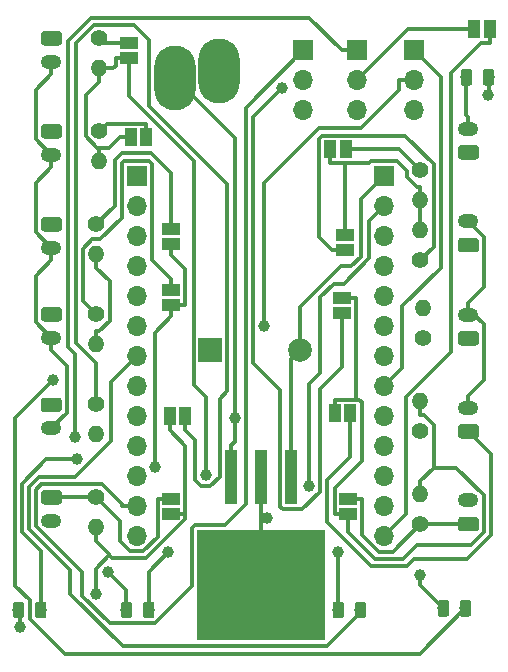
<source format=gbr>
G04 #@! TF.GenerationSoftware,KiCad,Pcbnew,5.0.0*
G04 #@! TF.CreationDate,2018-09-24T20:27:35+02:00*
G04 #@! TF.ProjectId,OpenRClight,4F70656E52436C696768742E6B696361,rev?*
G04 #@! TF.SameCoordinates,Original*
G04 #@! TF.FileFunction,Copper,L1,Top,Signal*
G04 #@! TF.FilePolarity,Positive*
%FSLAX46Y46*%
G04 Gerber Fmt 4.6, Leading zero omitted, Abs format (unit mm)*
G04 Created by KiCad (PCBNEW 5.0.0) date Mon Sep 24 20:27:35 2018*
%MOMM*%
%LPD*%
G01*
G04 APERTURE LIST*
G04 #@! TA.AperFunction,ComponentPad*
%ADD10C,1.400000*%
G04 #@! TD*
G04 #@! TA.AperFunction,ComponentPad*
%ADD11O,1.400000X1.400000*%
G04 #@! TD*
G04 #@! TA.AperFunction,ComponentPad*
%ADD12R,2.000000X2.000000*%
G04 #@! TD*
G04 #@! TA.AperFunction,ComponentPad*
%ADD13C,2.000000*%
G04 #@! TD*
G04 #@! TA.AperFunction,Conductor*
%ADD14C,0.100000*%
G04 #@! TD*
G04 #@! TA.AperFunction,SMDPad,CuDef*
%ADD15C,0.975000*%
G04 #@! TD*
G04 #@! TA.AperFunction,ComponentPad*
%ADD16O,1.750000X1.200000*%
G04 #@! TD*
G04 #@! TA.AperFunction,ComponentPad*
%ADD17C,1.200000*%
G04 #@! TD*
G04 #@! TA.AperFunction,ComponentPad*
%ADD18R,1.700000X1.700000*%
G04 #@! TD*
G04 #@! TA.AperFunction,ComponentPad*
%ADD19O,1.700000X1.700000*%
G04 #@! TD*
G04 #@! TA.AperFunction,ComponentPad*
%ADD20O,3.500000X5.500000*%
G04 #@! TD*
G04 #@! TA.AperFunction,SMDPad,CuDef*
%ADD21R,1.500000X1.000000*%
G04 #@! TD*
G04 #@! TA.AperFunction,SMDPad,CuDef*
%ADD22R,1.000000X1.500000*%
G04 #@! TD*
G04 #@! TA.AperFunction,SMDPad,CuDef*
%ADD23R,1.100000X4.600000*%
G04 #@! TD*
G04 #@! TA.AperFunction,SMDPad,CuDef*
%ADD24R,10.800000X9.400000*%
G04 #@! TD*
G04 #@! TA.AperFunction,ViaPad*
%ADD25C,1.000000*%
G04 #@! TD*
G04 #@! TA.AperFunction,Conductor*
%ADD26C,0.350000*%
G04 #@! TD*
G04 APERTURE END LIST*
D10*
G04 #@! TO.P,R14,1*
G04 #@! TO.N,Net-(J9-Pad1)*
X104902000Y-124460000D03*
D11*
G04 #@! TO.P,R14,2*
G04 #@! TO.N,Net-(JP7-Pad1)*
X104902000Y-121920000D03*
G04 #@! TD*
D12*
G04 #@! TO.P,BZ1,1*
G04 #@! TO.N,Net-(BZ1-Pad1)*
X86868000Y-125476000D03*
D13*
G04 #@! TO.P,BZ1,2*
G04 #@! TO.N,GND*
X94468000Y-125476000D03*
G04 #@! TD*
D14*
G04 #@! TO.N,GND*
G04 #@! TO.C,D1*
G36*
X108804142Y-101663174D02*
X108827803Y-101666684D01*
X108851007Y-101672496D01*
X108873529Y-101680554D01*
X108895153Y-101690782D01*
X108915670Y-101703079D01*
X108934883Y-101717329D01*
X108952607Y-101733393D01*
X108968671Y-101751117D01*
X108982921Y-101770330D01*
X108995218Y-101790847D01*
X109005446Y-101812471D01*
X109013504Y-101834993D01*
X109019316Y-101858197D01*
X109022826Y-101881858D01*
X109024000Y-101905750D01*
X109024000Y-102818250D01*
X109022826Y-102842142D01*
X109019316Y-102865803D01*
X109013504Y-102889007D01*
X109005446Y-102911529D01*
X108995218Y-102933153D01*
X108982921Y-102953670D01*
X108968671Y-102972883D01*
X108952607Y-102990607D01*
X108934883Y-103006671D01*
X108915670Y-103020921D01*
X108895153Y-103033218D01*
X108873529Y-103043446D01*
X108851007Y-103051504D01*
X108827803Y-103057316D01*
X108804142Y-103060826D01*
X108780250Y-103062000D01*
X108292750Y-103062000D01*
X108268858Y-103060826D01*
X108245197Y-103057316D01*
X108221993Y-103051504D01*
X108199471Y-103043446D01*
X108177847Y-103033218D01*
X108157330Y-103020921D01*
X108138117Y-103006671D01*
X108120393Y-102990607D01*
X108104329Y-102972883D01*
X108090079Y-102953670D01*
X108077782Y-102933153D01*
X108067554Y-102911529D01*
X108059496Y-102889007D01*
X108053684Y-102865803D01*
X108050174Y-102842142D01*
X108049000Y-102818250D01*
X108049000Y-101905750D01*
X108050174Y-101881858D01*
X108053684Y-101858197D01*
X108059496Y-101834993D01*
X108067554Y-101812471D01*
X108077782Y-101790847D01*
X108090079Y-101770330D01*
X108104329Y-101751117D01*
X108120393Y-101733393D01*
X108138117Y-101717329D01*
X108157330Y-101703079D01*
X108177847Y-101690782D01*
X108199471Y-101680554D01*
X108221993Y-101672496D01*
X108245197Y-101666684D01*
X108268858Y-101663174D01*
X108292750Y-101662000D01*
X108780250Y-101662000D01*
X108804142Y-101663174D01*
X108804142Y-101663174D01*
G37*
D15*
G04 #@! TD*
G04 #@! TO.P,D1,1*
G04 #@! TO.N,GND*
X108536500Y-102362000D03*
D14*
G04 #@! TO.N,Net-(D1-Pad2)*
G04 #@! TO.C,D1*
G36*
X110679142Y-101663174D02*
X110702803Y-101666684D01*
X110726007Y-101672496D01*
X110748529Y-101680554D01*
X110770153Y-101690782D01*
X110790670Y-101703079D01*
X110809883Y-101717329D01*
X110827607Y-101733393D01*
X110843671Y-101751117D01*
X110857921Y-101770330D01*
X110870218Y-101790847D01*
X110880446Y-101812471D01*
X110888504Y-101834993D01*
X110894316Y-101858197D01*
X110897826Y-101881858D01*
X110899000Y-101905750D01*
X110899000Y-102818250D01*
X110897826Y-102842142D01*
X110894316Y-102865803D01*
X110888504Y-102889007D01*
X110880446Y-102911529D01*
X110870218Y-102933153D01*
X110857921Y-102953670D01*
X110843671Y-102972883D01*
X110827607Y-102990607D01*
X110809883Y-103006671D01*
X110790670Y-103020921D01*
X110770153Y-103033218D01*
X110748529Y-103043446D01*
X110726007Y-103051504D01*
X110702803Y-103057316D01*
X110679142Y-103060826D01*
X110655250Y-103062000D01*
X110167750Y-103062000D01*
X110143858Y-103060826D01*
X110120197Y-103057316D01*
X110096993Y-103051504D01*
X110074471Y-103043446D01*
X110052847Y-103033218D01*
X110032330Y-103020921D01*
X110013117Y-103006671D01*
X109995393Y-102990607D01*
X109979329Y-102972883D01*
X109965079Y-102953670D01*
X109952782Y-102933153D01*
X109942554Y-102911529D01*
X109934496Y-102889007D01*
X109928684Y-102865803D01*
X109925174Y-102842142D01*
X109924000Y-102818250D01*
X109924000Y-101905750D01*
X109925174Y-101881858D01*
X109928684Y-101858197D01*
X109934496Y-101834993D01*
X109942554Y-101812471D01*
X109952782Y-101790847D01*
X109965079Y-101770330D01*
X109979329Y-101751117D01*
X109995393Y-101733393D01*
X110013117Y-101717329D01*
X110032330Y-101703079D01*
X110052847Y-101690782D01*
X110074471Y-101680554D01*
X110096993Y-101672496D01*
X110120197Y-101666684D01*
X110143858Y-101663174D01*
X110167750Y-101662000D01*
X110655250Y-101662000D01*
X110679142Y-101663174D01*
X110679142Y-101663174D01*
G37*
D15*
G04 #@! TD*
G04 #@! TO.P,D1,2*
G04 #@! TO.N,Net-(D1-Pad2)*
X110411500Y-102362000D03*
D16*
G04 #@! TO.P,J1,2*
G04 #@! TO.N,GND*
X73406000Y-139922000D03*
D14*
G04 #@! TD*
G04 #@! TO.N,Net-(J1-Pad1)*
G04 #@! TO.C,J1*
G36*
X74055505Y-137323204D02*
X74079773Y-137326804D01*
X74103572Y-137332765D01*
X74126671Y-137341030D01*
X74148850Y-137351520D01*
X74169893Y-137364132D01*
X74189599Y-137378747D01*
X74207777Y-137395223D01*
X74224253Y-137413401D01*
X74238868Y-137433107D01*
X74251480Y-137454150D01*
X74261970Y-137476329D01*
X74270235Y-137499428D01*
X74276196Y-137523227D01*
X74279796Y-137547495D01*
X74281000Y-137571999D01*
X74281000Y-138272001D01*
X74279796Y-138296505D01*
X74276196Y-138320773D01*
X74270235Y-138344572D01*
X74261970Y-138367671D01*
X74251480Y-138389850D01*
X74238868Y-138410893D01*
X74224253Y-138430599D01*
X74207777Y-138448777D01*
X74189599Y-138465253D01*
X74169893Y-138479868D01*
X74148850Y-138492480D01*
X74126671Y-138502970D01*
X74103572Y-138511235D01*
X74079773Y-138517196D01*
X74055505Y-138520796D01*
X74031001Y-138522000D01*
X72780999Y-138522000D01*
X72756495Y-138520796D01*
X72732227Y-138517196D01*
X72708428Y-138511235D01*
X72685329Y-138502970D01*
X72663150Y-138492480D01*
X72642107Y-138479868D01*
X72622401Y-138465253D01*
X72604223Y-138448777D01*
X72587747Y-138430599D01*
X72573132Y-138410893D01*
X72560520Y-138389850D01*
X72550030Y-138367671D01*
X72541765Y-138344572D01*
X72535804Y-138320773D01*
X72532204Y-138296505D01*
X72531000Y-138272001D01*
X72531000Y-137571999D01*
X72532204Y-137547495D01*
X72535804Y-137523227D01*
X72541765Y-137499428D01*
X72550030Y-137476329D01*
X72560520Y-137454150D01*
X72573132Y-137433107D01*
X72587747Y-137413401D01*
X72604223Y-137395223D01*
X72622401Y-137378747D01*
X72642107Y-137364132D01*
X72663150Y-137351520D01*
X72685329Y-137341030D01*
X72708428Y-137332765D01*
X72732227Y-137326804D01*
X72756495Y-137323204D01*
X72780999Y-137322000D01*
X74031001Y-137322000D01*
X74055505Y-137323204D01*
X74055505Y-137323204D01*
G37*
D17*
G04 #@! TO.P,J1,1*
G04 #@! TO.N,Net-(J1-Pad1)*
X73406000Y-137922000D03*
G04 #@! TD*
D14*
G04 #@! TO.N,Net-(J2-Pad1)*
G04 #@! TO.C,J2*
G36*
X74055505Y-129481204D02*
X74079773Y-129484804D01*
X74103572Y-129490765D01*
X74126671Y-129499030D01*
X74148850Y-129509520D01*
X74169893Y-129522132D01*
X74189599Y-129536747D01*
X74207777Y-129553223D01*
X74224253Y-129571401D01*
X74238868Y-129591107D01*
X74251480Y-129612150D01*
X74261970Y-129634329D01*
X74270235Y-129657428D01*
X74276196Y-129681227D01*
X74279796Y-129705495D01*
X74281000Y-129729999D01*
X74281000Y-130430001D01*
X74279796Y-130454505D01*
X74276196Y-130478773D01*
X74270235Y-130502572D01*
X74261970Y-130525671D01*
X74251480Y-130547850D01*
X74238868Y-130568893D01*
X74224253Y-130588599D01*
X74207777Y-130606777D01*
X74189599Y-130623253D01*
X74169893Y-130637868D01*
X74148850Y-130650480D01*
X74126671Y-130660970D01*
X74103572Y-130669235D01*
X74079773Y-130675196D01*
X74055505Y-130678796D01*
X74031001Y-130680000D01*
X72780999Y-130680000D01*
X72756495Y-130678796D01*
X72732227Y-130675196D01*
X72708428Y-130669235D01*
X72685329Y-130660970D01*
X72663150Y-130650480D01*
X72642107Y-130637868D01*
X72622401Y-130623253D01*
X72604223Y-130606777D01*
X72587747Y-130588599D01*
X72573132Y-130568893D01*
X72560520Y-130547850D01*
X72550030Y-130525671D01*
X72541765Y-130502572D01*
X72535804Y-130478773D01*
X72532204Y-130454505D01*
X72531000Y-130430001D01*
X72531000Y-129729999D01*
X72532204Y-129705495D01*
X72535804Y-129681227D01*
X72541765Y-129657428D01*
X72550030Y-129634329D01*
X72560520Y-129612150D01*
X72573132Y-129591107D01*
X72587747Y-129571401D01*
X72604223Y-129553223D01*
X72622401Y-129536747D01*
X72642107Y-129522132D01*
X72663150Y-129509520D01*
X72685329Y-129499030D01*
X72708428Y-129490765D01*
X72732227Y-129484804D01*
X72756495Y-129481204D01*
X72780999Y-129480000D01*
X74031001Y-129480000D01*
X74055505Y-129481204D01*
X74055505Y-129481204D01*
G37*
D17*
G04 #@! TD*
G04 #@! TO.P,J2,1*
G04 #@! TO.N,Net-(J2-Pad1)*
X73406000Y-130080000D03*
D16*
G04 #@! TO.P,J2,2*
G04 #@! TO.N,GND*
X73406000Y-132080000D03*
G04 #@! TD*
D14*
G04 #@! TO.N,Net-(J3-Pad1)*
G04 #@! TO.C,J3*
G36*
X74055505Y-121829204D02*
X74079773Y-121832804D01*
X74103572Y-121838765D01*
X74126671Y-121847030D01*
X74148850Y-121857520D01*
X74169893Y-121870132D01*
X74189599Y-121884747D01*
X74207777Y-121901223D01*
X74224253Y-121919401D01*
X74238868Y-121939107D01*
X74251480Y-121960150D01*
X74261970Y-121982329D01*
X74270235Y-122005428D01*
X74276196Y-122029227D01*
X74279796Y-122053495D01*
X74281000Y-122077999D01*
X74281000Y-122778001D01*
X74279796Y-122802505D01*
X74276196Y-122826773D01*
X74270235Y-122850572D01*
X74261970Y-122873671D01*
X74251480Y-122895850D01*
X74238868Y-122916893D01*
X74224253Y-122936599D01*
X74207777Y-122954777D01*
X74189599Y-122971253D01*
X74169893Y-122985868D01*
X74148850Y-122998480D01*
X74126671Y-123008970D01*
X74103572Y-123017235D01*
X74079773Y-123023196D01*
X74055505Y-123026796D01*
X74031001Y-123028000D01*
X72780999Y-123028000D01*
X72756495Y-123026796D01*
X72732227Y-123023196D01*
X72708428Y-123017235D01*
X72685329Y-123008970D01*
X72663150Y-122998480D01*
X72642107Y-122985868D01*
X72622401Y-122971253D01*
X72604223Y-122954777D01*
X72587747Y-122936599D01*
X72573132Y-122916893D01*
X72560520Y-122895850D01*
X72550030Y-122873671D01*
X72541765Y-122850572D01*
X72535804Y-122826773D01*
X72532204Y-122802505D01*
X72531000Y-122778001D01*
X72531000Y-122077999D01*
X72532204Y-122053495D01*
X72535804Y-122029227D01*
X72541765Y-122005428D01*
X72550030Y-121982329D01*
X72560520Y-121960150D01*
X72573132Y-121939107D01*
X72587747Y-121919401D01*
X72604223Y-121901223D01*
X72622401Y-121884747D01*
X72642107Y-121870132D01*
X72663150Y-121857520D01*
X72685329Y-121847030D01*
X72708428Y-121838765D01*
X72732227Y-121832804D01*
X72756495Y-121829204D01*
X72780999Y-121828000D01*
X74031001Y-121828000D01*
X74055505Y-121829204D01*
X74055505Y-121829204D01*
G37*
D17*
G04 #@! TD*
G04 #@! TO.P,J3,1*
G04 #@! TO.N,Net-(J3-Pad1)*
X73406000Y-122428000D03*
D16*
G04 #@! TO.P,J3,2*
G04 #@! TO.N,GND*
X73406000Y-124428000D03*
G04 #@! TD*
G04 #@! TO.P,J4,2*
G04 #@! TO.N,GND*
X73406000Y-116808000D03*
D14*
G04 #@! TD*
G04 #@! TO.N,Net-(J4-Pad1)*
G04 #@! TO.C,J4*
G36*
X74055505Y-114209204D02*
X74079773Y-114212804D01*
X74103572Y-114218765D01*
X74126671Y-114227030D01*
X74148850Y-114237520D01*
X74169893Y-114250132D01*
X74189599Y-114264747D01*
X74207777Y-114281223D01*
X74224253Y-114299401D01*
X74238868Y-114319107D01*
X74251480Y-114340150D01*
X74261970Y-114362329D01*
X74270235Y-114385428D01*
X74276196Y-114409227D01*
X74279796Y-114433495D01*
X74281000Y-114457999D01*
X74281000Y-115158001D01*
X74279796Y-115182505D01*
X74276196Y-115206773D01*
X74270235Y-115230572D01*
X74261970Y-115253671D01*
X74251480Y-115275850D01*
X74238868Y-115296893D01*
X74224253Y-115316599D01*
X74207777Y-115334777D01*
X74189599Y-115351253D01*
X74169893Y-115365868D01*
X74148850Y-115378480D01*
X74126671Y-115388970D01*
X74103572Y-115397235D01*
X74079773Y-115403196D01*
X74055505Y-115406796D01*
X74031001Y-115408000D01*
X72780999Y-115408000D01*
X72756495Y-115406796D01*
X72732227Y-115403196D01*
X72708428Y-115397235D01*
X72685329Y-115388970D01*
X72663150Y-115378480D01*
X72642107Y-115365868D01*
X72622401Y-115351253D01*
X72604223Y-115334777D01*
X72587747Y-115316599D01*
X72573132Y-115296893D01*
X72560520Y-115275850D01*
X72550030Y-115253671D01*
X72541765Y-115230572D01*
X72535804Y-115206773D01*
X72532204Y-115182505D01*
X72531000Y-115158001D01*
X72531000Y-114457999D01*
X72532204Y-114433495D01*
X72535804Y-114409227D01*
X72541765Y-114385428D01*
X72550030Y-114362329D01*
X72560520Y-114340150D01*
X72573132Y-114319107D01*
X72587747Y-114299401D01*
X72604223Y-114281223D01*
X72622401Y-114264747D01*
X72642107Y-114250132D01*
X72663150Y-114237520D01*
X72685329Y-114227030D01*
X72708428Y-114218765D01*
X72732227Y-114212804D01*
X72756495Y-114209204D01*
X72780999Y-114208000D01*
X74031001Y-114208000D01*
X74055505Y-114209204D01*
X74055505Y-114209204D01*
G37*
D17*
G04 #@! TO.P,J4,1*
G04 #@! TO.N,Net-(J4-Pad1)*
X73406000Y-114808000D03*
G04 #@! TD*
D14*
G04 #@! TO.N,Net-(J5-Pad1)*
G04 #@! TO.C,J5*
G36*
X74055505Y-106335204D02*
X74079773Y-106338804D01*
X74103572Y-106344765D01*
X74126671Y-106353030D01*
X74148850Y-106363520D01*
X74169893Y-106376132D01*
X74189599Y-106390747D01*
X74207777Y-106407223D01*
X74224253Y-106425401D01*
X74238868Y-106445107D01*
X74251480Y-106466150D01*
X74261970Y-106488329D01*
X74270235Y-106511428D01*
X74276196Y-106535227D01*
X74279796Y-106559495D01*
X74281000Y-106583999D01*
X74281000Y-107284001D01*
X74279796Y-107308505D01*
X74276196Y-107332773D01*
X74270235Y-107356572D01*
X74261970Y-107379671D01*
X74251480Y-107401850D01*
X74238868Y-107422893D01*
X74224253Y-107442599D01*
X74207777Y-107460777D01*
X74189599Y-107477253D01*
X74169893Y-107491868D01*
X74148850Y-107504480D01*
X74126671Y-107514970D01*
X74103572Y-107523235D01*
X74079773Y-107529196D01*
X74055505Y-107532796D01*
X74031001Y-107534000D01*
X72780999Y-107534000D01*
X72756495Y-107532796D01*
X72732227Y-107529196D01*
X72708428Y-107523235D01*
X72685329Y-107514970D01*
X72663150Y-107504480D01*
X72642107Y-107491868D01*
X72622401Y-107477253D01*
X72604223Y-107460777D01*
X72587747Y-107442599D01*
X72573132Y-107422893D01*
X72560520Y-107401850D01*
X72550030Y-107379671D01*
X72541765Y-107356572D01*
X72535804Y-107332773D01*
X72532204Y-107308505D01*
X72531000Y-107284001D01*
X72531000Y-106583999D01*
X72532204Y-106559495D01*
X72535804Y-106535227D01*
X72541765Y-106511428D01*
X72550030Y-106488329D01*
X72560520Y-106466150D01*
X72573132Y-106445107D01*
X72587747Y-106425401D01*
X72604223Y-106407223D01*
X72622401Y-106390747D01*
X72642107Y-106376132D01*
X72663150Y-106363520D01*
X72685329Y-106353030D01*
X72708428Y-106344765D01*
X72732227Y-106338804D01*
X72756495Y-106335204D01*
X72780999Y-106334000D01*
X74031001Y-106334000D01*
X74055505Y-106335204D01*
X74055505Y-106335204D01*
G37*
D17*
G04 #@! TD*
G04 #@! TO.P,J5,1*
G04 #@! TO.N,Net-(J5-Pad1)*
X73406000Y-106934000D03*
D16*
G04 #@! TO.P,J5,2*
G04 #@! TO.N,GND*
X73406000Y-108934000D03*
G04 #@! TD*
G04 #@! TO.P,J6,2*
G04 #@! TO.N,GND*
X73406000Y-101060000D03*
D14*
G04 #@! TD*
G04 #@! TO.N,Net-(J6-Pad1)*
G04 #@! TO.C,J6*
G36*
X74055505Y-98461204D02*
X74079773Y-98464804D01*
X74103572Y-98470765D01*
X74126671Y-98479030D01*
X74148850Y-98489520D01*
X74169893Y-98502132D01*
X74189599Y-98516747D01*
X74207777Y-98533223D01*
X74224253Y-98551401D01*
X74238868Y-98571107D01*
X74251480Y-98592150D01*
X74261970Y-98614329D01*
X74270235Y-98637428D01*
X74276196Y-98661227D01*
X74279796Y-98685495D01*
X74281000Y-98709999D01*
X74281000Y-99410001D01*
X74279796Y-99434505D01*
X74276196Y-99458773D01*
X74270235Y-99482572D01*
X74261970Y-99505671D01*
X74251480Y-99527850D01*
X74238868Y-99548893D01*
X74224253Y-99568599D01*
X74207777Y-99586777D01*
X74189599Y-99603253D01*
X74169893Y-99617868D01*
X74148850Y-99630480D01*
X74126671Y-99640970D01*
X74103572Y-99649235D01*
X74079773Y-99655196D01*
X74055505Y-99658796D01*
X74031001Y-99660000D01*
X72780999Y-99660000D01*
X72756495Y-99658796D01*
X72732227Y-99655196D01*
X72708428Y-99649235D01*
X72685329Y-99640970D01*
X72663150Y-99630480D01*
X72642107Y-99617868D01*
X72622401Y-99603253D01*
X72604223Y-99586777D01*
X72587747Y-99568599D01*
X72573132Y-99548893D01*
X72560520Y-99527850D01*
X72550030Y-99505671D01*
X72541765Y-99482572D01*
X72535804Y-99458773D01*
X72532204Y-99434505D01*
X72531000Y-99410001D01*
X72531000Y-98709999D01*
X72532204Y-98685495D01*
X72535804Y-98661227D01*
X72541765Y-98637428D01*
X72550030Y-98614329D01*
X72560520Y-98592150D01*
X72573132Y-98571107D01*
X72587747Y-98551401D01*
X72604223Y-98533223D01*
X72622401Y-98516747D01*
X72642107Y-98502132D01*
X72663150Y-98489520D01*
X72685329Y-98479030D01*
X72708428Y-98470765D01*
X72732227Y-98464804D01*
X72756495Y-98461204D01*
X72780999Y-98460000D01*
X74031001Y-98460000D01*
X74055505Y-98461204D01*
X74055505Y-98461204D01*
G37*
D17*
G04 #@! TO.P,J6,1*
G04 #@! TO.N,Net-(J6-Pad1)*
X73406000Y-99060000D03*
G04 #@! TD*
D14*
G04 #@! TO.N,Net-(J7-Pad1)*
G04 #@! TO.C,J7*
G36*
X109361505Y-139577204D02*
X109385773Y-139580804D01*
X109409572Y-139586765D01*
X109432671Y-139595030D01*
X109454850Y-139605520D01*
X109475893Y-139618132D01*
X109495599Y-139632747D01*
X109513777Y-139649223D01*
X109530253Y-139667401D01*
X109544868Y-139687107D01*
X109557480Y-139708150D01*
X109567970Y-139730329D01*
X109576235Y-139753428D01*
X109582196Y-139777227D01*
X109585796Y-139801495D01*
X109587000Y-139825999D01*
X109587000Y-140526001D01*
X109585796Y-140550505D01*
X109582196Y-140574773D01*
X109576235Y-140598572D01*
X109567970Y-140621671D01*
X109557480Y-140643850D01*
X109544868Y-140664893D01*
X109530253Y-140684599D01*
X109513777Y-140702777D01*
X109495599Y-140719253D01*
X109475893Y-140733868D01*
X109454850Y-140746480D01*
X109432671Y-140756970D01*
X109409572Y-140765235D01*
X109385773Y-140771196D01*
X109361505Y-140774796D01*
X109337001Y-140776000D01*
X108086999Y-140776000D01*
X108062495Y-140774796D01*
X108038227Y-140771196D01*
X108014428Y-140765235D01*
X107991329Y-140756970D01*
X107969150Y-140746480D01*
X107948107Y-140733868D01*
X107928401Y-140719253D01*
X107910223Y-140702777D01*
X107893747Y-140684599D01*
X107879132Y-140664893D01*
X107866520Y-140643850D01*
X107856030Y-140621671D01*
X107847765Y-140598572D01*
X107841804Y-140574773D01*
X107838204Y-140550505D01*
X107837000Y-140526001D01*
X107837000Y-139825999D01*
X107838204Y-139801495D01*
X107841804Y-139777227D01*
X107847765Y-139753428D01*
X107856030Y-139730329D01*
X107866520Y-139708150D01*
X107879132Y-139687107D01*
X107893747Y-139667401D01*
X107910223Y-139649223D01*
X107928401Y-139632747D01*
X107948107Y-139618132D01*
X107969150Y-139605520D01*
X107991329Y-139595030D01*
X108014428Y-139586765D01*
X108038227Y-139580804D01*
X108062495Y-139577204D01*
X108086999Y-139576000D01*
X109337001Y-139576000D01*
X109361505Y-139577204D01*
X109361505Y-139577204D01*
G37*
D17*
G04 #@! TD*
G04 #@! TO.P,J7,1*
G04 #@! TO.N,Net-(J7-Pad1)*
X108712000Y-140176000D03*
D16*
G04 #@! TO.P,J7,2*
G04 #@! TO.N,GND*
X108712000Y-138176000D03*
G04 #@! TD*
G04 #@! TO.P,J8,2*
G04 #@! TO.N,GND*
X108712000Y-130334000D03*
D14*
G04 #@! TD*
G04 #@! TO.N,Net-(J8-Pad1)*
G04 #@! TO.C,J8*
G36*
X109361505Y-131735204D02*
X109385773Y-131738804D01*
X109409572Y-131744765D01*
X109432671Y-131753030D01*
X109454850Y-131763520D01*
X109475893Y-131776132D01*
X109495599Y-131790747D01*
X109513777Y-131807223D01*
X109530253Y-131825401D01*
X109544868Y-131845107D01*
X109557480Y-131866150D01*
X109567970Y-131888329D01*
X109576235Y-131911428D01*
X109582196Y-131935227D01*
X109585796Y-131959495D01*
X109587000Y-131983999D01*
X109587000Y-132684001D01*
X109585796Y-132708505D01*
X109582196Y-132732773D01*
X109576235Y-132756572D01*
X109567970Y-132779671D01*
X109557480Y-132801850D01*
X109544868Y-132822893D01*
X109530253Y-132842599D01*
X109513777Y-132860777D01*
X109495599Y-132877253D01*
X109475893Y-132891868D01*
X109454850Y-132904480D01*
X109432671Y-132914970D01*
X109409572Y-132923235D01*
X109385773Y-132929196D01*
X109361505Y-132932796D01*
X109337001Y-132934000D01*
X108086999Y-132934000D01*
X108062495Y-132932796D01*
X108038227Y-132929196D01*
X108014428Y-132923235D01*
X107991329Y-132914970D01*
X107969150Y-132904480D01*
X107948107Y-132891868D01*
X107928401Y-132877253D01*
X107910223Y-132860777D01*
X107893747Y-132842599D01*
X107879132Y-132822893D01*
X107866520Y-132801850D01*
X107856030Y-132779671D01*
X107847765Y-132756572D01*
X107841804Y-132732773D01*
X107838204Y-132708505D01*
X107837000Y-132684001D01*
X107837000Y-131983999D01*
X107838204Y-131959495D01*
X107841804Y-131935227D01*
X107847765Y-131911428D01*
X107856030Y-131888329D01*
X107866520Y-131866150D01*
X107879132Y-131845107D01*
X107893747Y-131825401D01*
X107910223Y-131807223D01*
X107928401Y-131790747D01*
X107948107Y-131776132D01*
X107969150Y-131763520D01*
X107991329Y-131753030D01*
X108014428Y-131744765D01*
X108038227Y-131738804D01*
X108062495Y-131735204D01*
X108086999Y-131734000D01*
X109337001Y-131734000D01*
X109361505Y-131735204D01*
X109361505Y-131735204D01*
G37*
D17*
G04 #@! TO.P,J8,1*
G04 #@! TO.N,Net-(J8-Pad1)*
X108712000Y-132334000D03*
G04 #@! TD*
D14*
G04 #@! TO.N,Net-(J9-Pad1)*
G04 #@! TO.C,J9*
G36*
X109361505Y-123861204D02*
X109385773Y-123864804D01*
X109409572Y-123870765D01*
X109432671Y-123879030D01*
X109454850Y-123889520D01*
X109475893Y-123902132D01*
X109495599Y-123916747D01*
X109513777Y-123933223D01*
X109530253Y-123951401D01*
X109544868Y-123971107D01*
X109557480Y-123992150D01*
X109567970Y-124014329D01*
X109576235Y-124037428D01*
X109582196Y-124061227D01*
X109585796Y-124085495D01*
X109587000Y-124109999D01*
X109587000Y-124810001D01*
X109585796Y-124834505D01*
X109582196Y-124858773D01*
X109576235Y-124882572D01*
X109567970Y-124905671D01*
X109557480Y-124927850D01*
X109544868Y-124948893D01*
X109530253Y-124968599D01*
X109513777Y-124986777D01*
X109495599Y-125003253D01*
X109475893Y-125017868D01*
X109454850Y-125030480D01*
X109432671Y-125040970D01*
X109409572Y-125049235D01*
X109385773Y-125055196D01*
X109361505Y-125058796D01*
X109337001Y-125060000D01*
X108086999Y-125060000D01*
X108062495Y-125058796D01*
X108038227Y-125055196D01*
X108014428Y-125049235D01*
X107991329Y-125040970D01*
X107969150Y-125030480D01*
X107948107Y-125017868D01*
X107928401Y-125003253D01*
X107910223Y-124986777D01*
X107893747Y-124968599D01*
X107879132Y-124948893D01*
X107866520Y-124927850D01*
X107856030Y-124905671D01*
X107847765Y-124882572D01*
X107841804Y-124858773D01*
X107838204Y-124834505D01*
X107837000Y-124810001D01*
X107837000Y-124109999D01*
X107838204Y-124085495D01*
X107841804Y-124061227D01*
X107847765Y-124037428D01*
X107856030Y-124014329D01*
X107866520Y-123992150D01*
X107879132Y-123971107D01*
X107893747Y-123951401D01*
X107910223Y-123933223D01*
X107928401Y-123916747D01*
X107948107Y-123902132D01*
X107969150Y-123889520D01*
X107991329Y-123879030D01*
X108014428Y-123870765D01*
X108038227Y-123864804D01*
X108062495Y-123861204D01*
X108086999Y-123860000D01*
X109337001Y-123860000D01*
X109361505Y-123861204D01*
X109361505Y-123861204D01*
G37*
D17*
G04 #@! TD*
G04 #@! TO.P,J9,1*
G04 #@! TO.N,Net-(J9-Pad1)*
X108712000Y-124460000D03*
D16*
G04 #@! TO.P,J9,2*
G04 #@! TO.N,GND*
X108712000Y-122460000D03*
G04 #@! TD*
G04 #@! TO.P,J10,2*
G04 #@! TO.N,GND*
X108712000Y-114554000D03*
D14*
G04 #@! TD*
G04 #@! TO.N,Net-(J10-Pad1)*
G04 #@! TO.C,J10*
G36*
X109361505Y-115955204D02*
X109385773Y-115958804D01*
X109409572Y-115964765D01*
X109432671Y-115973030D01*
X109454850Y-115983520D01*
X109475893Y-115996132D01*
X109495599Y-116010747D01*
X109513777Y-116027223D01*
X109530253Y-116045401D01*
X109544868Y-116065107D01*
X109557480Y-116086150D01*
X109567970Y-116108329D01*
X109576235Y-116131428D01*
X109582196Y-116155227D01*
X109585796Y-116179495D01*
X109587000Y-116203999D01*
X109587000Y-116904001D01*
X109585796Y-116928505D01*
X109582196Y-116952773D01*
X109576235Y-116976572D01*
X109567970Y-116999671D01*
X109557480Y-117021850D01*
X109544868Y-117042893D01*
X109530253Y-117062599D01*
X109513777Y-117080777D01*
X109495599Y-117097253D01*
X109475893Y-117111868D01*
X109454850Y-117124480D01*
X109432671Y-117134970D01*
X109409572Y-117143235D01*
X109385773Y-117149196D01*
X109361505Y-117152796D01*
X109337001Y-117154000D01*
X108086999Y-117154000D01*
X108062495Y-117152796D01*
X108038227Y-117149196D01*
X108014428Y-117143235D01*
X107991329Y-117134970D01*
X107969150Y-117124480D01*
X107948107Y-117111868D01*
X107928401Y-117097253D01*
X107910223Y-117080777D01*
X107893747Y-117062599D01*
X107879132Y-117042893D01*
X107866520Y-117021850D01*
X107856030Y-116999671D01*
X107847765Y-116976572D01*
X107841804Y-116952773D01*
X107838204Y-116928505D01*
X107837000Y-116904001D01*
X107837000Y-116203999D01*
X107838204Y-116179495D01*
X107841804Y-116155227D01*
X107847765Y-116131428D01*
X107856030Y-116108329D01*
X107866520Y-116086150D01*
X107879132Y-116065107D01*
X107893747Y-116045401D01*
X107910223Y-116027223D01*
X107928401Y-116010747D01*
X107948107Y-115996132D01*
X107969150Y-115983520D01*
X107991329Y-115973030D01*
X108014428Y-115964765D01*
X108038227Y-115958804D01*
X108062495Y-115955204D01*
X108086999Y-115954000D01*
X109337001Y-115954000D01*
X109361505Y-115955204D01*
X109361505Y-115955204D01*
G37*
D17*
G04 #@! TO.P,J10,1*
G04 #@! TO.N,Net-(J10-Pad1)*
X108712000Y-116554000D03*
G04 #@! TD*
D14*
G04 #@! TO.N,Net-(J11-Pad1)*
G04 #@! TO.C,J11*
G36*
X109361505Y-108113204D02*
X109385773Y-108116804D01*
X109409572Y-108122765D01*
X109432671Y-108131030D01*
X109454850Y-108141520D01*
X109475893Y-108154132D01*
X109495599Y-108168747D01*
X109513777Y-108185223D01*
X109530253Y-108203401D01*
X109544868Y-108223107D01*
X109557480Y-108244150D01*
X109567970Y-108266329D01*
X109576235Y-108289428D01*
X109582196Y-108313227D01*
X109585796Y-108337495D01*
X109587000Y-108361999D01*
X109587000Y-109062001D01*
X109585796Y-109086505D01*
X109582196Y-109110773D01*
X109576235Y-109134572D01*
X109567970Y-109157671D01*
X109557480Y-109179850D01*
X109544868Y-109200893D01*
X109530253Y-109220599D01*
X109513777Y-109238777D01*
X109495599Y-109255253D01*
X109475893Y-109269868D01*
X109454850Y-109282480D01*
X109432671Y-109292970D01*
X109409572Y-109301235D01*
X109385773Y-109307196D01*
X109361505Y-109310796D01*
X109337001Y-109312000D01*
X108086999Y-109312000D01*
X108062495Y-109310796D01*
X108038227Y-109307196D01*
X108014428Y-109301235D01*
X107991329Y-109292970D01*
X107969150Y-109282480D01*
X107948107Y-109269868D01*
X107928401Y-109255253D01*
X107910223Y-109238777D01*
X107893747Y-109220599D01*
X107879132Y-109200893D01*
X107866520Y-109179850D01*
X107856030Y-109157671D01*
X107847765Y-109134572D01*
X107841804Y-109110773D01*
X107838204Y-109086505D01*
X107837000Y-109062001D01*
X107837000Y-108361999D01*
X107838204Y-108337495D01*
X107841804Y-108313227D01*
X107847765Y-108289428D01*
X107856030Y-108266329D01*
X107866520Y-108244150D01*
X107879132Y-108223107D01*
X107893747Y-108203401D01*
X107910223Y-108185223D01*
X107928401Y-108168747D01*
X107948107Y-108154132D01*
X107969150Y-108141520D01*
X107991329Y-108131030D01*
X108014428Y-108122765D01*
X108038227Y-108116804D01*
X108062495Y-108113204D01*
X108086999Y-108112000D01*
X109337001Y-108112000D01*
X109361505Y-108113204D01*
X109361505Y-108113204D01*
G37*
D17*
G04 #@! TD*
G04 #@! TO.P,J11,1*
G04 #@! TO.N,Net-(J11-Pad1)*
X108712000Y-108712000D03*
D16*
G04 #@! TO.P,J11,2*
G04 #@! TO.N,GND*
X108712000Y-106712000D03*
G04 #@! TD*
D18*
G04 #@! TO.P,J12,1*
G04 #@! TO.N,RcInput01*
X94742000Y-100076000D03*
D19*
G04 #@! TO.P,J12,2*
G04 #@! TO.N,Net-(J12-Pad2)*
X94742000Y-102616000D03*
G04 #@! TO.P,J12,3*
G04 #@! TO.N,GND*
X94742000Y-105156000D03*
G04 #@! TD*
D18*
G04 #@! TO.P,J13,1*
G04 #@! TO.N,RcInput02*
X99314000Y-100076000D03*
D19*
G04 #@! TO.P,J13,2*
G04 #@! TO.N,Net-(J12-Pad2)*
X99314000Y-102616000D03*
G04 #@! TO.P,J13,3*
G04 #@! TO.N,GND*
X99314000Y-105156000D03*
G04 #@! TD*
G04 #@! TO.P,J14,3*
G04 #@! TO.N,GND*
X104140000Y-105156000D03*
G04 #@! TO.P,J14,2*
G04 #@! TO.N,+5V*
X104140000Y-102616000D03*
D18*
G04 #@! TO.P,J14,1*
G04 #@! TO.N,WS2812B*
X104140000Y-100076000D03*
G04 #@! TD*
D20*
G04 #@! TO.P,J15,2*
G04 #@! TO.N,GND*
X87630000Y-101854000D03*
G04 #@! TO.P,J15,1*
G04 #@! TO.N,VCC*
X83880000Y-102404000D03*
G04 #@! TD*
D21*
G04 #@! TO.P,JP1,1*
G04 #@! TO.N,Net-(JP1-Pad1)*
X83566000Y-139334000D03*
G04 #@! TO.P,JP1,2*
G04 #@! TO.N,Net-(J1-Pad1)*
X83566000Y-138034000D03*
G04 #@! TD*
D22*
G04 #@! TO.P,JP2,1*
G04 #@! TO.N,Net-(JP1-Pad1)*
X83424000Y-131064000D03*
G04 #@! TO.P,JP2,2*
G04 #@! TO.N,Net-(J2-Pad1)*
X84724000Y-131064000D03*
G04 #@! TD*
D21*
G04 #@! TO.P,JP3,2*
G04 #@! TO.N,Net-(J3-Pad1)*
X83566000Y-120366000D03*
G04 #@! TO.P,JP3,1*
G04 #@! TO.N,Net-(JP3-Pad1)*
X83566000Y-121666000D03*
G04 #@! TD*
G04 #@! TO.P,JP4,2*
G04 #@! TO.N,Net-(J4-Pad1)*
X83566000Y-115174000D03*
G04 #@! TO.P,JP4,1*
G04 #@! TO.N,Net-(JP3-Pad1)*
X83566000Y-116474000D03*
G04 #@! TD*
D22*
G04 #@! TO.P,JP5,2*
G04 #@! TO.N,Net-(J5-Pad1)*
X81422000Y-107442000D03*
G04 #@! TO.P,JP5,1*
G04 #@! TO.N,Net-(JP5-Pad1)*
X80122000Y-107442000D03*
G04 #@! TD*
D21*
G04 #@! TO.P,JP6,1*
G04 #@! TO.N,Net-(JP5-Pad1)*
X80010000Y-100726000D03*
G04 #@! TO.P,JP6,2*
G04 #@! TO.N,Net-(J6-Pad1)*
X80010000Y-99426000D03*
G04 #@! TD*
G04 #@! TO.P,JP7,1*
G04 #@! TO.N,Net-(JP7-Pad1)*
X98552000Y-139334000D03*
G04 #@! TO.P,JP7,2*
G04 #@! TO.N,Net-(J7-Pad1)*
X98552000Y-138034000D03*
G04 #@! TD*
D22*
G04 #@! TO.P,JP8,1*
G04 #@! TO.N,Net-(JP7-Pad1)*
X97394000Y-130810000D03*
G04 #@! TO.P,JP8,2*
G04 #@! TO.N,Net-(J8-Pad1)*
X98694000Y-130810000D03*
G04 #@! TD*
D21*
G04 #@! TO.P,JP9,2*
G04 #@! TO.N,Net-(J9-Pad1)*
X98044000Y-122316000D03*
G04 #@! TO.P,JP9,1*
G04 #@! TO.N,Net-(JP7-Pad1)*
X98044000Y-121016000D03*
G04 #@! TD*
G04 #@! TO.P,JP10,2*
G04 #@! TO.N,Net-(J10-Pad1)*
X98298000Y-116982000D03*
G04 #@! TO.P,JP10,1*
G04 #@! TO.N,Net-(JP10-Pad1)*
X98298000Y-115682000D03*
G04 #@! TD*
D22*
G04 #@! TO.P,JP11,2*
G04 #@! TO.N,Net-(J11-Pad1)*
X98313000Y-108458000D03*
G04 #@! TO.P,JP11,1*
G04 #@! TO.N,Net-(JP10-Pad1)*
X97013000Y-108458000D03*
G04 #@! TD*
G04 #@! TO.P,JP12,1*
G04 #@! TO.N,Net-(J12-Pad2)*
X109220000Y-98298000D03*
G04 #@! TO.P,JP12,2*
G04 #@! TO.N,RC_5V*
X110520000Y-98298000D03*
G04 #@! TD*
D14*
G04 #@! TO.N,Net-(Q1-Pad1)*
G04 #@! TO.C,R1*
G36*
X70879642Y-146748174D02*
X70903303Y-146751684D01*
X70926507Y-146757496D01*
X70949029Y-146765554D01*
X70970653Y-146775782D01*
X70991170Y-146788079D01*
X71010383Y-146802329D01*
X71028107Y-146818393D01*
X71044171Y-146836117D01*
X71058421Y-146855330D01*
X71070718Y-146875847D01*
X71080946Y-146897471D01*
X71089004Y-146919993D01*
X71094816Y-146943197D01*
X71098326Y-146966858D01*
X71099500Y-146990750D01*
X71099500Y-147903250D01*
X71098326Y-147927142D01*
X71094816Y-147950803D01*
X71089004Y-147974007D01*
X71080946Y-147996529D01*
X71070718Y-148018153D01*
X71058421Y-148038670D01*
X71044171Y-148057883D01*
X71028107Y-148075607D01*
X71010383Y-148091671D01*
X70991170Y-148105921D01*
X70970653Y-148118218D01*
X70949029Y-148128446D01*
X70926507Y-148136504D01*
X70903303Y-148142316D01*
X70879642Y-148145826D01*
X70855750Y-148147000D01*
X70368250Y-148147000D01*
X70344358Y-148145826D01*
X70320697Y-148142316D01*
X70297493Y-148136504D01*
X70274971Y-148128446D01*
X70253347Y-148118218D01*
X70232830Y-148105921D01*
X70213617Y-148091671D01*
X70195893Y-148075607D01*
X70179829Y-148057883D01*
X70165579Y-148038670D01*
X70153282Y-148018153D01*
X70143054Y-147996529D01*
X70134996Y-147974007D01*
X70129184Y-147950803D01*
X70125674Y-147927142D01*
X70124500Y-147903250D01*
X70124500Y-146990750D01*
X70125674Y-146966858D01*
X70129184Y-146943197D01*
X70134996Y-146919993D01*
X70143054Y-146897471D01*
X70153282Y-146875847D01*
X70165579Y-146855330D01*
X70179829Y-146836117D01*
X70195893Y-146818393D01*
X70213617Y-146802329D01*
X70232830Y-146788079D01*
X70253347Y-146775782D01*
X70274971Y-146765554D01*
X70297493Y-146757496D01*
X70320697Y-146751684D01*
X70344358Y-146748174D01*
X70368250Y-146747000D01*
X70855750Y-146747000D01*
X70879642Y-146748174D01*
X70879642Y-146748174D01*
G37*
D15*
G04 #@! TD*
G04 #@! TO.P,R1,1*
G04 #@! TO.N,Net-(Q1-Pad1)*
X70612000Y-147447000D03*
D14*
G04 #@! TO.N,Strobe*
G04 #@! TO.C,R1*
G36*
X72754642Y-146748174D02*
X72778303Y-146751684D01*
X72801507Y-146757496D01*
X72824029Y-146765554D01*
X72845653Y-146775782D01*
X72866170Y-146788079D01*
X72885383Y-146802329D01*
X72903107Y-146818393D01*
X72919171Y-146836117D01*
X72933421Y-146855330D01*
X72945718Y-146875847D01*
X72955946Y-146897471D01*
X72964004Y-146919993D01*
X72969816Y-146943197D01*
X72973326Y-146966858D01*
X72974500Y-146990750D01*
X72974500Y-147903250D01*
X72973326Y-147927142D01*
X72969816Y-147950803D01*
X72964004Y-147974007D01*
X72955946Y-147996529D01*
X72945718Y-148018153D01*
X72933421Y-148038670D01*
X72919171Y-148057883D01*
X72903107Y-148075607D01*
X72885383Y-148091671D01*
X72866170Y-148105921D01*
X72845653Y-148118218D01*
X72824029Y-148128446D01*
X72801507Y-148136504D01*
X72778303Y-148142316D01*
X72754642Y-148145826D01*
X72730750Y-148147000D01*
X72243250Y-148147000D01*
X72219358Y-148145826D01*
X72195697Y-148142316D01*
X72172493Y-148136504D01*
X72149971Y-148128446D01*
X72128347Y-148118218D01*
X72107830Y-148105921D01*
X72088617Y-148091671D01*
X72070893Y-148075607D01*
X72054829Y-148057883D01*
X72040579Y-148038670D01*
X72028282Y-148018153D01*
X72018054Y-147996529D01*
X72009996Y-147974007D01*
X72004184Y-147950803D01*
X72000674Y-147927142D01*
X71999500Y-147903250D01*
X71999500Y-146990750D01*
X72000674Y-146966858D01*
X72004184Y-146943197D01*
X72009996Y-146919993D01*
X72018054Y-146897471D01*
X72028282Y-146875847D01*
X72040579Y-146855330D01*
X72054829Y-146836117D01*
X72070893Y-146818393D01*
X72088617Y-146802329D01*
X72107830Y-146788079D01*
X72128347Y-146775782D01*
X72149971Y-146765554D01*
X72172493Y-146757496D01*
X72195697Y-146751684D01*
X72219358Y-146748174D01*
X72243250Y-146747000D01*
X72730750Y-146747000D01*
X72754642Y-146748174D01*
X72754642Y-146748174D01*
G37*
D15*
G04 #@! TD*
G04 #@! TO.P,R1,2*
G04 #@! TO.N,Strobe*
X72487000Y-147447000D03*
D14*
G04 #@! TO.N,Nav*
G04 #@! TO.C,R2*
G36*
X81898642Y-146748174D02*
X81922303Y-146751684D01*
X81945507Y-146757496D01*
X81968029Y-146765554D01*
X81989653Y-146775782D01*
X82010170Y-146788079D01*
X82029383Y-146802329D01*
X82047107Y-146818393D01*
X82063171Y-146836117D01*
X82077421Y-146855330D01*
X82089718Y-146875847D01*
X82099946Y-146897471D01*
X82108004Y-146919993D01*
X82113816Y-146943197D01*
X82117326Y-146966858D01*
X82118500Y-146990750D01*
X82118500Y-147903250D01*
X82117326Y-147927142D01*
X82113816Y-147950803D01*
X82108004Y-147974007D01*
X82099946Y-147996529D01*
X82089718Y-148018153D01*
X82077421Y-148038670D01*
X82063171Y-148057883D01*
X82047107Y-148075607D01*
X82029383Y-148091671D01*
X82010170Y-148105921D01*
X81989653Y-148118218D01*
X81968029Y-148128446D01*
X81945507Y-148136504D01*
X81922303Y-148142316D01*
X81898642Y-148145826D01*
X81874750Y-148147000D01*
X81387250Y-148147000D01*
X81363358Y-148145826D01*
X81339697Y-148142316D01*
X81316493Y-148136504D01*
X81293971Y-148128446D01*
X81272347Y-148118218D01*
X81251830Y-148105921D01*
X81232617Y-148091671D01*
X81214893Y-148075607D01*
X81198829Y-148057883D01*
X81184579Y-148038670D01*
X81172282Y-148018153D01*
X81162054Y-147996529D01*
X81153996Y-147974007D01*
X81148184Y-147950803D01*
X81144674Y-147927142D01*
X81143500Y-147903250D01*
X81143500Y-146990750D01*
X81144674Y-146966858D01*
X81148184Y-146943197D01*
X81153996Y-146919993D01*
X81162054Y-146897471D01*
X81172282Y-146875847D01*
X81184579Y-146855330D01*
X81198829Y-146836117D01*
X81214893Y-146818393D01*
X81232617Y-146802329D01*
X81251830Y-146788079D01*
X81272347Y-146775782D01*
X81293971Y-146765554D01*
X81316493Y-146757496D01*
X81339697Y-146751684D01*
X81363358Y-146748174D01*
X81387250Y-146747000D01*
X81874750Y-146747000D01*
X81898642Y-146748174D01*
X81898642Y-146748174D01*
G37*
D15*
G04 #@! TD*
G04 #@! TO.P,R2,2*
G04 #@! TO.N,Nav*
X81631000Y-147447000D03*
D14*
G04 #@! TO.N,Net-(Q2-Pad1)*
G04 #@! TO.C,R2*
G36*
X80023642Y-146748174D02*
X80047303Y-146751684D01*
X80070507Y-146757496D01*
X80093029Y-146765554D01*
X80114653Y-146775782D01*
X80135170Y-146788079D01*
X80154383Y-146802329D01*
X80172107Y-146818393D01*
X80188171Y-146836117D01*
X80202421Y-146855330D01*
X80214718Y-146875847D01*
X80224946Y-146897471D01*
X80233004Y-146919993D01*
X80238816Y-146943197D01*
X80242326Y-146966858D01*
X80243500Y-146990750D01*
X80243500Y-147903250D01*
X80242326Y-147927142D01*
X80238816Y-147950803D01*
X80233004Y-147974007D01*
X80224946Y-147996529D01*
X80214718Y-148018153D01*
X80202421Y-148038670D01*
X80188171Y-148057883D01*
X80172107Y-148075607D01*
X80154383Y-148091671D01*
X80135170Y-148105921D01*
X80114653Y-148118218D01*
X80093029Y-148128446D01*
X80070507Y-148136504D01*
X80047303Y-148142316D01*
X80023642Y-148145826D01*
X79999750Y-148147000D01*
X79512250Y-148147000D01*
X79488358Y-148145826D01*
X79464697Y-148142316D01*
X79441493Y-148136504D01*
X79418971Y-148128446D01*
X79397347Y-148118218D01*
X79376830Y-148105921D01*
X79357617Y-148091671D01*
X79339893Y-148075607D01*
X79323829Y-148057883D01*
X79309579Y-148038670D01*
X79297282Y-148018153D01*
X79287054Y-147996529D01*
X79278996Y-147974007D01*
X79273184Y-147950803D01*
X79269674Y-147927142D01*
X79268500Y-147903250D01*
X79268500Y-146990750D01*
X79269674Y-146966858D01*
X79273184Y-146943197D01*
X79278996Y-146919993D01*
X79287054Y-146897471D01*
X79297282Y-146875847D01*
X79309579Y-146855330D01*
X79323829Y-146836117D01*
X79339893Y-146818393D01*
X79357617Y-146802329D01*
X79376830Y-146788079D01*
X79397347Y-146775782D01*
X79418971Y-146765554D01*
X79441493Y-146757496D01*
X79464697Y-146751684D01*
X79488358Y-146748174D01*
X79512250Y-146747000D01*
X79999750Y-146747000D01*
X80023642Y-146748174D01*
X80023642Y-146748174D01*
G37*
D15*
G04 #@! TD*
G04 #@! TO.P,R2,1*
G04 #@! TO.N,Net-(Q2-Pad1)*
X79756000Y-147447000D03*
D14*
G04 #@! TO.N,Net-(Q4-Pad1)*
G04 #@! TO.C,R4*
G36*
X97960642Y-146748174D02*
X97984303Y-146751684D01*
X98007507Y-146757496D01*
X98030029Y-146765554D01*
X98051653Y-146775782D01*
X98072170Y-146788079D01*
X98091383Y-146802329D01*
X98109107Y-146818393D01*
X98125171Y-146836117D01*
X98139421Y-146855330D01*
X98151718Y-146875847D01*
X98161946Y-146897471D01*
X98170004Y-146919993D01*
X98175816Y-146943197D01*
X98179326Y-146966858D01*
X98180500Y-146990750D01*
X98180500Y-147903250D01*
X98179326Y-147927142D01*
X98175816Y-147950803D01*
X98170004Y-147974007D01*
X98161946Y-147996529D01*
X98151718Y-148018153D01*
X98139421Y-148038670D01*
X98125171Y-148057883D01*
X98109107Y-148075607D01*
X98091383Y-148091671D01*
X98072170Y-148105921D01*
X98051653Y-148118218D01*
X98030029Y-148128446D01*
X98007507Y-148136504D01*
X97984303Y-148142316D01*
X97960642Y-148145826D01*
X97936750Y-148147000D01*
X97449250Y-148147000D01*
X97425358Y-148145826D01*
X97401697Y-148142316D01*
X97378493Y-148136504D01*
X97355971Y-148128446D01*
X97334347Y-148118218D01*
X97313830Y-148105921D01*
X97294617Y-148091671D01*
X97276893Y-148075607D01*
X97260829Y-148057883D01*
X97246579Y-148038670D01*
X97234282Y-148018153D01*
X97224054Y-147996529D01*
X97215996Y-147974007D01*
X97210184Y-147950803D01*
X97206674Y-147927142D01*
X97205500Y-147903250D01*
X97205500Y-146990750D01*
X97206674Y-146966858D01*
X97210184Y-146943197D01*
X97215996Y-146919993D01*
X97224054Y-146897471D01*
X97234282Y-146875847D01*
X97246579Y-146855330D01*
X97260829Y-146836117D01*
X97276893Y-146818393D01*
X97294617Y-146802329D01*
X97313830Y-146788079D01*
X97334347Y-146775782D01*
X97355971Y-146765554D01*
X97378493Y-146757496D01*
X97401697Y-146751684D01*
X97425358Y-146748174D01*
X97449250Y-146747000D01*
X97936750Y-146747000D01*
X97960642Y-146748174D01*
X97960642Y-146748174D01*
G37*
D15*
G04 #@! TD*
G04 #@! TO.P,R4,1*
G04 #@! TO.N,Net-(Q4-Pad1)*
X97693000Y-147447000D03*
D14*
G04 #@! TO.N,Landing*
G04 #@! TO.C,R4*
G36*
X99835642Y-146748174D02*
X99859303Y-146751684D01*
X99882507Y-146757496D01*
X99905029Y-146765554D01*
X99926653Y-146775782D01*
X99947170Y-146788079D01*
X99966383Y-146802329D01*
X99984107Y-146818393D01*
X100000171Y-146836117D01*
X100014421Y-146855330D01*
X100026718Y-146875847D01*
X100036946Y-146897471D01*
X100045004Y-146919993D01*
X100050816Y-146943197D01*
X100054326Y-146966858D01*
X100055500Y-146990750D01*
X100055500Y-147903250D01*
X100054326Y-147927142D01*
X100050816Y-147950803D01*
X100045004Y-147974007D01*
X100036946Y-147996529D01*
X100026718Y-148018153D01*
X100014421Y-148038670D01*
X100000171Y-148057883D01*
X99984107Y-148075607D01*
X99966383Y-148091671D01*
X99947170Y-148105921D01*
X99926653Y-148118218D01*
X99905029Y-148128446D01*
X99882507Y-148136504D01*
X99859303Y-148142316D01*
X99835642Y-148145826D01*
X99811750Y-148147000D01*
X99324250Y-148147000D01*
X99300358Y-148145826D01*
X99276697Y-148142316D01*
X99253493Y-148136504D01*
X99230971Y-148128446D01*
X99209347Y-148118218D01*
X99188830Y-148105921D01*
X99169617Y-148091671D01*
X99151893Y-148075607D01*
X99135829Y-148057883D01*
X99121579Y-148038670D01*
X99109282Y-148018153D01*
X99099054Y-147996529D01*
X99090996Y-147974007D01*
X99085184Y-147950803D01*
X99081674Y-147927142D01*
X99080500Y-147903250D01*
X99080500Y-146990750D01*
X99081674Y-146966858D01*
X99085184Y-146943197D01*
X99090996Y-146919993D01*
X99099054Y-146897471D01*
X99109282Y-146875847D01*
X99121579Y-146855330D01*
X99135829Y-146836117D01*
X99151893Y-146818393D01*
X99169617Y-146802329D01*
X99188830Y-146788079D01*
X99209347Y-146775782D01*
X99230971Y-146765554D01*
X99253493Y-146757496D01*
X99276697Y-146751684D01*
X99300358Y-146748174D01*
X99324250Y-146747000D01*
X99811750Y-146747000D01*
X99835642Y-146748174D01*
X99835642Y-146748174D01*
G37*
D15*
G04 #@! TD*
G04 #@! TO.P,R4,2*
G04 #@! TO.N,Landing*
X99568000Y-147447000D03*
D14*
G04 #@! TO.N,EXT*
G04 #@! TO.C,R5*
G36*
X108725142Y-146621174D02*
X108748803Y-146624684D01*
X108772007Y-146630496D01*
X108794529Y-146638554D01*
X108816153Y-146648782D01*
X108836670Y-146661079D01*
X108855883Y-146675329D01*
X108873607Y-146691393D01*
X108889671Y-146709117D01*
X108903921Y-146728330D01*
X108916218Y-146748847D01*
X108926446Y-146770471D01*
X108934504Y-146792993D01*
X108940316Y-146816197D01*
X108943826Y-146839858D01*
X108945000Y-146863750D01*
X108945000Y-147776250D01*
X108943826Y-147800142D01*
X108940316Y-147823803D01*
X108934504Y-147847007D01*
X108926446Y-147869529D01*
X108916218Y-147891153D01*
X108903921Y-147911670D01*
X108889671Y-147930883D01*
X108873607Y-147948607D01*
X108855883Y-147964671D01*
X108836670Y-147978921D01*
X108816153Y-147991218D01*
X108794529Y-148001446D01*
X108772007Y-148009504D01*
X108748803Y-148015316D01*
X108725142Y-148018826D01*
X108701250Y-148020000D01*
X108213750Y-148020000D01*
X108189858Y-148018826D01*
X108166197Y-148015316D01*
X108142993Y-148009504D01*
X108120471Y-148001446D01*
X108098847Y-147991218D01*
X108078330Y-147978921D01*
X108059117Y-147964671D01*
X108041393Y-147948607D01*
X108025329Y-147930883D01*
X108011079Y-147911670D01*
X107998782Y-147891153D01*
X107988554Y-147869529D01*
X107980496Y-147847007D01*
X107974684Y-147823803D01*
X107971174Y-147800142D01*
X107970000Y-147776250D01*
X107970000Y-146863750D01*
X107971174Y-146839858D01*
X107974684Y-146816197D01*
X107980496Y-146792993D01*
X107988554Y-146770471D01*
X107998782Y-146748847D01*
X108011079Y-146728330D01*
X108025329Y-146709117D01*
X108041393Y-146691393D01*
X108059117Y-146675329D01*
X108078330Y-146661079D01*
X108098847Y-146648782D01*
X108120471Y-146638554D01*
X108142993Y-146630496D01*
X108166197Y-146624684D01*
X108189858Y-146621174D01*
X108213750Y-146620000D01*
X108701250Y-146620000D01*
X108725142Y-146621174D01*
X108725142Y-146621174D01*
G37*
D15*
G04 #@! TD*
G04 #@! TO.P,R5,2*
G04 #@! TO.N,EXT*
X108457500Y-147320000D03*
D14*
G04 #@! TO.N,Net-(Q5-Pad1)*
G04 #@! TO.C,R5*
G36*
X106850142Y-146621174D02*
X106873803Y-146624684D01*
X106897007Y-146630496D01*
X106919529Y-146638554D01*
X106941153Y-146648782D01*
X106961670Y-146661079D01*
X106980883Y-146675329D01*
X106998607Y-146691393D01*
X107014671Y-146709117D01*
X107028921Y-146728330D01*
X107041218Y-146748847D01*
X107051446Y-146770471D01*
X107059504Y-146792993D01*
X107065316Y-146816197D01*
X107068826Y-146839858D01*
X107070000Y-146863750D01*
X107070000Y-147776250D01*
X107068826Y-147800142D01*
X107065316Y-147823803D01*
X107059504Y-147847007D01*
X107051446Y-147869529D01*
X107041218Y-147891153D01*
X107028921Y-147911670D01*
X107014671Y-147930883D01*
X106998607Y-147948607D01*
X106980883Y-147964671D01*
X106961670Y-147978921D01*
X106941153Y-147991218D01*
X106919529Y-148001446D01*
X106897007Y-148009504D01*
X106873803Y-148015316D01*
X106850142Y-148018826D01*
X106826250Y-148020000D01*
X106338750Y-148020000D01*
X106314858Y-148018826D01*
X106291197Y-148015316D01*
X106267993Y-148009504D01*
X106245471Y-148001446D01*
X106223847Y-147991218D01*
X106203330Y-147978921D01*
X106184117Y-147964671D01*
X106166393Y-147948607D01*
X106150329Y-147930883D01*
X106136079Y-147911670D01*
X106123782Y-147891153D01*
X106113554Y-147869529D01*
X106105496Y-147847007D01*
X106099684Y-147823803D01*
X106096174Y-147800142D01*
X106095000Y-147776250D01*
X106095000Y-146863750D01*
X106096174Y-146839858D01*
X106099684Y-146816197D01*
X106105496Y-146792993D01*
X106113554Y-146770471D01*
X106123782Y-146748847D01*
X106136079Y-146728330D01*
X106150329Y-146709117D01*
X106166393Y-146691393D01*
X106184117Y-146675329D01*
X106203330Y-146661079D01*
X106223847Y-146648782D01*
X106245471Y-146638554D01*
X106267993Y-146630496D01*
X106291197Y-146624684D01*
X106314858Y-146621174D01*
X106338750Y-146620000D01*
X106826250Y-146620000D01*
X106850142Y-146621174D01*
X106850142Y-146621174D01*
G37*
D15*
G04 #@! TD*
G04 #@! TO.P,R5,1*
G04 #@! TO.N,Net-(Q5-Pad1)*
X106582500Y-147320000D03*
D10*
G04 #@! TO.P,R6,1*
G04 #@! TO.N,Net-(J1-Pad1)*
X77216000Y-137922000D03*
D11*
G04 #@! TO.P,R6,2*
G04 #@! TO.N,Net-(JP1-Pad1)*
X77216000Y-140462000D03*
G04 #@! TD*
D10*
G04 #@! TO.P,R7,1*
G04 #@! TO.N,Net-(J2-Pad1)*
X77216000Y-130048000D03*
D11*
G04 #@! TO.P,R7,2*
G04 #@! TO.N,Net-(JP1-Pad1)*
X77216000Y-132588000D03*
G04 #@! TD*
G04 #@! TO.P,R8,2*
G04 #@! TO.N,Net-(JP3-Pad1)*
X77216000Y-124968000D03*
D10*
G04 #@! TO.P,R8,1*
G04 #@! TO.N,Net-(J3-Pad1)*
X77216000Y-122428000D03*
G04 #@! TD*
D11*
G04 #@! TO.P,R9,2*
G04 #@! TO.N,Net-(JP3-Pad1)*
X77216000Y-117348000D03*
D10*
G04 #@! TO.P,R9,1*
G04 #@! TO.N,Net-(J4-Pad1)*
X77216000Y-114808000D03*
G04 #@! TD*
G04 #@! TO.P,R10,1*
G04 #@! TO.N,Net-(J5-Pad1)*
X77470000Y-106934000D03*
D11*
G04 #@! TO.P,R10,2*
G04 #@! TO.N,Net-(JP5-Pad1)*
X77470000Y-109474000D03*
G04 #@! TD*
D10*
G04 #@! TO.P,R11,1*
G04 #@! TO.N,Net-(J6-Pad1)*
X77470000Y-99060000D03*
D11*
G04 #@! TO.P,R11,2*
G04 #@! TO.N,Net-(JP5-Pad1)*
X77470000Y-101600000D03*
G04 #@! TD*
D10*
G04 #@! TO.P,R12,1*
G04 #@! TO.N,Net-(J7-Pad1)*
X104648000Y-140208000D03*
D11*
G04 #@! TO.P,R12,2*
G04 #@! TO.N,Net-(JP7-Pad1)*
X104648000Y-137668000D03*
G04 #@! TD*
G04 #@! TO.P,R13,2*
G04 #@! TO.N,Net-(JP7-Pad1)*
X104648000Y-129794000D03*
D10*
G04 #@! TO.P,R13,1*
G04 #@! TO.N,Net-(J8-Pad1)*
X104648000Y-132334000D03*
G04 #@! TD*
D11*
G04 #@! TO.P,R15,2*
G04 #@! TO.N,Net-(JP10-Pad1)*
X104648000Y-115316000D03*
D10*
G04 #@! TO.P,R15,1*
G04 #@! TO.N,Net-(J10-Pad1)*
X104648000Y-117856000D03*
G04 #@! TD*
D11*
G04 #@! TO.P,R16,2*
G04 #@! TO.N,Net-(JP10-Pad1)*
X104648000Y-112776000D03*
D10*
G04 #@! TO.P,R16,1*
G04 #@! TO.N,Net-(J11-Pad1)*
X104648000Y-110236000D03*
G04 #@! TD*
D23*
G04 #@! TO.P,U5,1*
G04 #@! TO.N,GND*
X93726000Y-136211000D03*
G04 #@! TO.P,U5,2*
G04 #@! TO.N,+5V*
X91186000Y-136211000D03*
G04 #@! TO.P,U5,3*
G04 #@! TO.N,VCC*
X88646000Y-136211000D03*
D24*
G04 #@! TO.P,U5,2*
G04 #@! TO.N,+5V*
X91186000Y-145361000D03*
G04 #@! TD*
D18*
G04 #@! TO.P,U1,14*
G04 #@! TO.N,GND*
X101600000Y-110695000D03*
D19*
G04 #@! TO.P,U1,15*
G04 #@! TO.N,A0*
X101600000Y-113235000D03*
G04 #@! TO.P,U1,16*
G04 #@! TO.N,N/C*
X101600000Y-115775000D03*
G04 #@! TO.P,U1,17*
X101600000Y-118315000D03*
G04 #@! TO.P,U1,18*
X101600000Y-120855000D03*
G04 #@! TO.P,U1,19*
X101600000Y-123395000D03*
G04 #@! TO.P,U1,20*
X101600000Y-125935000D03*
G04 #@! TO.P,U1,21*
G04 #@! TO.N,WS2812B*
X101600000Y-128475000D03*
G04 #@! TO.P,U1,22*
G04 #@! TO.N,N/C*
X101600000Y-131015000D03*
G04 #@! TO.P,U1,23*
X101600000Y-133555000D03*
G04 #@! TO.P,U1,24*
X101600000Y-136095000D03*
G04 #@! TO.P,U1,25*
X101600000Y-138635000D03*
G04 #@! TO.P,U1,26*
G04 #@! TO.N,RC_5V*
X101600000Y-141175000D03*
G04 #@! TO.P,U1,8*
G04 #@! TO.N,EXT*
X80645000Y-123395000D03*
G04 #@! TO.P,U1,7*
G04 #@! TO.N,Landing*
X80645000Y-125935000D03*
G04 #@! TO.P,U1,11*
G04 #@! TO.N,N/C*
X80645000Y-115775000D03*
G04 #@! TO.P,U1,1*
G04 #@! TO.N,GND*
X80645000Y-141175000D03*
G04 #@! TO.P,U1,9*
G04 #@! TO.N,Beeper*
X80645000Y-120855000D03*
G04 #@! TO.P,U1,4*
G04 #@! TO.N,Strobe*
X80645000Y-133555000D03*
D18*
G04 #@! TO.P,U1,13*
G04 #@! TO.N,VCC*
X80645000Y-110695000D03*
D19*
G04 #@! TO.P,U1,3*
G04 #@! TO.N,RcInput02*
X80645000Y-136095000D03*
G04 #@! TO.P,U1,2*
G04 #@! TO.N,RcInput01*
X80645000Y-138635000D03*
G04 #@! TO.P,U1,6*
G04 #@! TO.N,Beacon*
X80645000Y-128475000D03*
G04 #@! TO.P,U1,12*
G04 #@! TO.N,N/C*
X80645000Y-113235000D03*
G04 #@! TO.P,U1,10*
G04 #@! TO.N,Net-(R20-Pad1)*
X80645000Y-118315000D03*
G04 #@! TO.P,U1,5*
G04 #@! TO.N,Nav*
X80645000Y-131015000D03*
G04 #@! TD*
D25*
G04 #@! TO.N,VCC*
X88941400Y-131191000D03*
G04 #@! TO.N,Net-(D1-Pad2)*
X110357000Y-103823900D03*
G04 #@! TO.N,Net-(J9-Pad1)*
X92899900Y-103254900D03*
G04 #@! TO.N,RcInput02*
X75408600Y-132766600D03*
G04 #@! TO.N,+5V*
X91696200Y-139699200D03*
X91372300Y-123446700D03*
G04 #@! TO.N,Net-(JP1-Pad1)*
X77156100Y-146074300D03*
G04 #@! TO.N,Net-(JP3-Pad1)*
X82179900Y-135314100D03*
G04 #@! TO.N,Net-(JP5-Pad1)*
X86464400Y-136048500D03*
G04 #@! TO.N,Net-(Q1-Pad1)*
X70781700Y-148914900D03*
G04 #@! TO.N,Net-(Q2-Pad1)*
X78235600Y-144229700D03*
G04 #@! TO.N,Net-(Q4-Pad1)*
X97693000Y-142536500D03*
G04 #@! TO.N,Net-(Q5-Pad1)*
X104641700Y-144499200D03*
G04 #@! TO.N,Strobe*
X75549800Y-134679900D03*
G04 #@! TO.N,Nav*
X83288800Y-142543900D03*
G04 #@! TO.N,EXT*
X73539300Y-127964500D03*
G04 #@! TO.N,A0*
X95242400Y-136974200D03*
G04 #@! TD*
D26*
G04 #@! TO.N,GND*
X73406000Y-132080000D02*
X74717500Y-130768500D01*
X74717500Y-130768500D02*
X74717500Y-126764800D01*
X74717500Y-126764800D02*
X73406000Y-125453300D01*
X73406000Y-116808000D02*
X73406000Y-117833300D01*
X73406000Y-117833300D02*
X72076500Y-119162800D01*
X72076500Y-119162800D02*
X72076500Y-123098500D01*
X72076500Y-123098500D02*
X73406000Y-124428000D01*
X73406000Y-109959300D02*
X72084300Y-111281000D01*
X72084300Y-111281000D02*
X72084300Y-115486300D01*
X72084300Y-115486300D02*
X73406000Y-116808000D01*
X73406000Y-124428000D02*
X73406000Y-125453300D01*
X101600000Y-110695000D02*
X99598800Y-112696200D01*
X99598800Y-112696200D02*
X99598800Y-117535100D01*
X99598800Y-117535100D02*
X98781100Y-118352800D01*
X98781100Y-118352800D02*
X97939900Y-118352800D01*
X97939900Y-118352800D02*
X94468000Y-121824700D01*
X94468000Y-121824700D02*
X94468000Y-125476000D01*
X108712000Y-130334000D02*
X108712000Y-129308700D01*
X108712000Y-121947300D02*
X110035600Y-123270900D01*
X110035600Y-123270900D02*
X110035600Y-127985100D01*
X110035600Y-127985100D02*
X108712000Y-129308700D01*
X108712000Y-121947300D02*
X108712000Y-121434700D01*
X108712000Y-122460000D02*
X108712000Y-121947300D01*
X73406000Y-108934000D02*
X73406000Y-109959300D01*
X73406000Y-108934000D02*
X72063900Y-107591900D01*
X72063900Y-107591900D02*
X72063900Y-103427400D01*
X72063900Y-103427400D02*
X73406000Y-102085300D01*
X108536500Y-102362000D02*
X108536500Y-105511200D01*
X108536500Y-105511200D02*
X108712000Y-105686700D01*
X93726000Y-136211000D02*
X93726000Y-126218000D01*
X93726000Y-126218000D02*
X94468000Y-125476000D01*
X108712000Y-121434700D02*
X110048100Y-120098600D01*
X110048100Y-120098600D02*
X110048100Y-115890100D01*
X110048100Y-115890100D02*
X108712000Y-114554000D01*
X73406000Y-101060000D02*
X73406000Y-102085300D01*
X108712000Y-106712000D02*
X108712000Y-105686700D01*
G04 #@! TO.N,VCC*
X88941400Y-131191000D02*
X88941400Y-133190300D01*
X88941400Y-133190300D02*
X88646000Y-133485700D01*
X83880000Y-102404000D02*
X88941400Y-107465400D01*
X88941400Y-107465400D02*
X88941400Y-131191000D01*
X88646000Y-136211000D02*
X88646000Y-133485700D01*
G04 #@! TO.N,Net-(D1-Pad2)*
X110411500Y-102362000D02*
X110411500Y-103769400D01*
X110411500Y-103769400D02*
X110357000Y-103823900D01*
G04 #@! TO.N,Net-(J1-Pad1)*
X77216000Y-137922000D02*
X73406000Y-137922000D01*
X82390700Y-138034000D02*
X82390700Y-141248300D01*
X82390700Y-141248300D02*
X81175800Y-142463200D01*
X81175800Y-142463200D02*
X80076900Y-142463200D01*
X80076900Y-142463200D02*
X79222200Y-141608500D01*
X79222200Y-141608500D02*
X79222200Y-139928200D01*
X79222200Y-139928200D02*
X77216000Y-137922000D01*
X83566000Y-138034000D02*
X82390700Y-138034000D01*
G04 #@! TO.N,Net-(J2-Pad1)*
X84724000Y-131064000D02*
X84724000Y-132239300D01*
X84724000Y-132239300D02*
X85539000Y-133054300D01*
X85539000Y-133054300D02*
X85539000Y-136480200D01*
X85539000Y-136480200D02*
X86044900Y-136986100D01*
X86044900Y-136986100D02*
X86851400Y-136986100D01*
X86851400Y-136986100D02*
X87670600Y-136166900D01*
X87670600Y-136166900D02*
X87670600Y-129551000D01*
X87670600Y-129551000D02*
X88293400Y-128928200D01*
X88293400Y-128928200D02*
X88293400Y-111408000D01*
X88293400Y-111408000D02*
X81698100Y-104812700D01*
X81698100Y-104812700D02*
X81698100Y-99226000D01*
X81698100Y-99226000D02*
X80363500Y-97891400D01*
X80363500Y-97891400D02*
X77014700Y-97891400D01*
X77014700Y-97891400D02*
X75465900Y-99440200D01*
X75465900Y-99440200D02*
X75465900Y-124809400D01*
X75465900Y-124809400D02*
X77216000Y-126559500D01*
X77216000Y-126559500D02*
X77216000Y-130048000D01*
G04 #@! TO.N,Net-(J3-Pad1)*
X83566000Y-120366000D02*
X83566000Y-119440700D01*
X77216000Y-122428000D02*
X76081400Y-121293400D01*
X76081400Y-121293400D02*
X76081400Y-116877500D01*
X76081400Y-116877500D02*
X76880900Y-116078000D01*
X76880900Y-116078000D02*
X77542700Y-116078000D01*
X77542700Y-116078000D02*
X79358600Y-114262100D01*
X79358600Y-114262100D02*
X79358600Y-109616600D01*
X79358600Y-109616600D02*
X79555600Y-109419600D01*
X79555600Y-109419600D02*
X81673900Y-109419600D01*
X81673900Y-109419600D02*
X81930500Y-109676200D01*
X81930500Y-109676200D02*
X81930500Y-117805200D01*
X81930500Y-117805200D02*
X83566000Y-119440700D01*
G04 #@! TO.N,Net-(J4-Pad1)*
X83566000Y-114248700D02*
X83566000Y-110462600D01*
X83566000Y-110462600D02*
X81872200Y-108768800D01*
X81872200Y-108768800D02*
X79357300Y-108768800D01*
X79357300Y-108768800D02*
X78758200Y-109367900D01*
X78758200Y-109367900D02*
X78758200Y-113265800D01*
X78758200Y-113265800D02*
X77216000Y-114808000D01*
X83566000Y-115174000D02*
X83566000Y-114248700D01*
G04 #@! TO.N,Net-(J5-Pad1)*
X81422000Y-107442000D02*
X81422000Y-106266700D01*
X81422000Y-106266700D02*
X78137300Y-106266700D01*
X78137300Y-106266700D02*
X77470000Y-106934000D01*
G04 #@! TO.N,Net-(J6-Pad1)*
X80010000Y-99426000D02*
X77836000Y-99426000D01*
X77836000Y-99426000D02*
X77470000Y-99060000D01*
G04 #@! TO.N,Net-(J7-Pad1)*
X98552000Y-138034000D02*
X99727300Y-138034000D01*
X99727300Y-138034000D02*
X99727300Y-141129800D01*
X99727300Y-141129800D02*
X101098600Y-142501100D01*
X101098600Y-142501100D02*
X102354900Y-142501100D01*
X102354900Y-142501100D02*
X104648000Y-140208000D01*
X108712000Y-140176000D02*
X104680000Y-140176000D01*
X104680000Y-140176000D02*
X104648000Y-140208000D01*
G04 #@! TO.N,Net-(J8-Pad1)*
X98694000Y-130810000D02*
X98694000Y-134512500D01*
X98694000Y-134512500D02*
X96775300Y-136431200D01*
X96775300Y-136431200D02*
X96775300Y-140000900D01*
X96775300Y-140000900D02*
X100476200Y-143701800D01*
X100476200Y-143701800D02*
X103513500Y-143701800D01*
X103513500Y-143701800D02*
X104113800Y-143101500D01*
X104113800Y-143101500D02*
X108614700Y-143101500D01*
X108614700Y-143101500D02*
X110620900Y-141095300D01*
X110620900Y-141095300D02*
X110620900Y-134242900D01*
X110620900Y-134242900D02*
X108712000Y-132334000D01*
G04 #@! TO.N,Net-(J9-Pad1)*
X98044000Y-122316000D02*
X98044000Y-126887900D01*
X98044000Y-126887900D02*
X96167800Y-128764100D01*
X96167800Y-128764100D02*
X96167800Y-137429300D01*
X96167800Y-137429300D02*
X94660700Y-138936400D01*
X94660700Y-138936400D02*
X92989300Y-138936400D01*
X92989300Y-138936400D02*
X92750600Y-138697700D01*
X92750600Y-138697700D02*
X92750600Y-128865800D01*
X92750600Y-128865800D02*
X90446900Y-126562100D01*
X90446900Y-126562100D02*
X90446900Y-105707900D01*
X90446900Y-105707900D02*
X92899900Y-103254900D01*
G04 #@! TO.N,Net-(J10-Pad1)*
X98298000Y-116982000D02*
X97122700Y-116982000D01*
X104648000Y-117856000D02*
X105773400Y-116730600D01*
X105773400Y-116730600D02*
X105773400Y-109686100D01*
X105773400Y-109686100D02*
X103369900Y-107282600D01*
X103369900Y-107282600D02*
X96337000Y-107282600D01*
X96337000Y-107282600D02*
X96027900Y-107591700D01*
X96027900Y-107591700D02*
X96027900Y-115887200D01*
X96027900Y-115887200D02*
X97122700Y-116982000D01*
G04 #@! TO.N,Net-(J11-Pad1)*
X98313000Y-108458000D02*
X102870000Y-108458000D01*
X102870000Y-108458000D02*
X104648000Y-110236000D01*
G04 #@! TO.N,RcInput01*
X79369700Y-138635000D02*
X79369700Y-138475600D01*
X79369700Y-138475600D02*
X77690800Y-136796700D01*
X77690800Y-136796700D02*
X72561600Y-136796700D01*
X72561600Y-136796700D02*
X72092900Y-137265400D01*
X72092900Y-137265400D02*
X72092900Y-140345900D01*
X72092900Y-140345900D02*
X76011200Y-144264200D01*
X76011200Y-144264200D02*
X76011200Y-146238100D01*
X76011200Y-146238100D02*
X78348600Y-148575500D01*
X78348600Y-148575500D02*
X82156100Y-148575500D01*
X82156100Y-148575500D02*
X85341800Y-145389800D01*
X85341800Y-145389800D02*
X85341800Y-140484300D01*
X85341800Y-140484300D02*
X85590500Y-140235600D01*
X85590500Y-140235600D02*
X88109900Y-140235600D01*
X88109900Y-140235600D02*
X89902800Y-138442700D01*
X89902800Y-138442700D02*
X89902800Y-130638800D01*
X89902800Y-130638800D02*
X89846500Y-130582500D01*
X89846500Y-130582500D02*
X89846500Y-104971500D01*
X89846500Y-104971500D02*
X94742000Y-100076000D01*
X80645000Y-138635000D02*
X79369700Y-138635000D01*
G04 #@! TO.N,Net-(J12-Pad2)*
X99314000Y-102616000D02*
X99314000Y-102538500D01*
X99314000Y-102538500D02*
X103554500Y-98298000D01*
X103554500Y-98298000D02*
X109220000Y-98298000D01*
G04 #@! TO.N,RcInput02*
X98038700Y-100076000D02*
X95253800Y-97291100D01*
X95253800Y-97291100D02*
X76766000Y-97291100D01*
X76766000Y-97291100D02*
X74808300Y-99248800D01*
X74808300Y-99248800D02*
X74808300Y-125158900D01*
X74808300Y-125158900D02*
X75408600Y-125759200D01*
X75408600Y-125759200D02*
X75408600Y-132766600D01*
X99314000Y-100076000D02*
X98038700Y-100076000D01*
G04 #@! TO.N,+5V*
X102864700Y-102616000D02*
X102864700Y-103424500D01*
X102864700Y-103424500D02*
X99607000Y-106682200D01*
X99607000Y-106682200D02*
X96023500Y-106682200D01*
X96023500Y-106682200D02*
X91372300Y-111333400D01*
X91372300Y-111333400D02*
X91372300Y-123446700D01*
X91186000Y-139699200D02*
X91186000Y-136211000D01*
X91186000Y-145361000D02*
X91186000Y-139699200D01*
X91186000Y-139699200D02*
X91696200Y-139699200D01*
X104140000Y-102616000D02*
X102864700Y-102616000D01*
G04 #@! TO.N,WS2812B*
X104140000Y-100076000D02*
X106373800Y-102309800D01*
X106373800Y-102309800D02*
X106373800Y-118475100D01*
X106373800Y-118475100D02*
X103113700Y-121735200D01*
X103113700Y-121735200D02*
X103113700Y-126961300D01*
X103113700Y-126961300D02*
X101600000Y-128475000D01*
G04 #@! TO.N,Net-(JP1-Pad1)*
X78318900Y-142837800D02*
X77156200Y-144000500D01*
X77156200Y-144000500D02*
X77156200Y-146074300D01*
X77156200Y-146074300D02*
X77156100Y-146074300D01*
X78318900Y-142837800D02*
X78318900Y-142690200D01*
X78318900Y-142690200D02*
X77216000Y-141587300D01*
X84729500Y-139334000D02*
X84729500Y-139758500D01*
X84729500Y-139758500D02*
X81424500Y-143063500D01*
X81424500Y-143063500D02*
X78544600Y-143063500D01*
X78544600Y-143063500D02*
X78318900Y-142837800D01*
X83424000Y-132239300D02*
X84741400Y-133556700D01*
X84741400Y-133556700D02*
X84741400Y-139322100D01*
X84741400Y-139322100D02*
X84729500Y-139334000D01*
X83424000Y-131064000D02*
X83424000Y-132239300D01*
X77216000Y-140462000D02*
X77216000Y-141587300D01*
X83566000Y-139334000D02*
X84729500Y-139334000D01*
G04 #@! TO.N,Net-(JP3-Pad1)*
X83566000Y-122591300D02*
X82179900Y-123977400D01*
X82179900Y-123977400D02*
X82179900Y-135314100D01*
X83566000Y-121666000D02*
X83566000Y-122591300D01*
X77216000Y-124968000D02*
X77216000Y-123842700D01*
X77216000Y-117348000D02*
X77216000Y-118473300D01*
X77216000Y-118473300D02*
X78348100Y-119605400D01*
X78348100Y-119605400D02*
X78348100Y-122943700D01*
X78348100Y-122943700D02*
X77449100Y-123842700D01*
X77449100Y-123842700D02*
X77216000Y-123842700D01*
X83566000Y-121666000D02*
X84741300Y-121666000D01*
X83566000Y-116474000D02*
X83566000Y-117399300D01*
X84741300Y-121666000D02*
X84741300Y-118574600D01*
X84741300Y-118574600D02*
X83566000Y-117399300D01*
G04 #@! TO.N,Net-(JP5-Pad1)*
X86464400Y-136048500D02*
X86464400Y-129416800D01*
X86464400Y-129416800D02*
X85442700Y-128395100D01*
X85442700Y-128395100D02*
X85442700Y-109406400D01*
X85442700Y-109406400D02*
X80010000Y-103973700D01*
X80010000Y-103973700D02*
X80010000Y-100726000D01*
X77470000Y-108348700D02*
X77292200Y-108348700D01*
X77292200Y-108348700D02*
X76305600Y-107362100D01*
X76305600Y-107362100D02*
X76305600Y-103889700D01*
X76305600Y-103889700D02*
X77470000Y-102725300D01*
X80122000Y-107442000D02*
X79196700Y-107442000D01*
X79196700Y-107442000D02*
X78290000Y-108348700D01*
X78290000Y-108348700D02*
X77470000Y-108348700D01*
X77470000Y-101600000D02*
X77470000Y-102725300D01*
X78032700Y-101600000D02*
X77470000Y-101600000D01*
X78032700Y-101600000D02*
X78595300Y-101600000D01*
X80010000Y-100726000D02*
X78834700Y-100726000D01*
X78834700Y-100726000D02*
X78834700Y-101360600D01*
X78834700Y-101360600D02*
X78595300Y-101600000D01*
X77470000Y-109474000D02*
X77470000Y-108348700D01*
G04 #@! TO.N,Net-(JP7-Pad1)*
X99219300Y-129634700D02*
X97394000Y-129634700D01*
X97376700Y-139334000D02*
X97376700Y-137108500D01*
X97376700Y-137108500D02*
X99658300Y-134826900D01*
X99658300Y-134826900D02*
X99658300Y-129866000D01*
X99658300Y-129866000D02*
X99427000Y-129634700D01*
X99427000Y-129634700D02*
X99219300Y-129634700D01*
X99219300Y-121016000D02*
X99219300Y-129634700D01*
X98044000Y-121016000D02*
X99219300Y-121016000D01*
X98552000Y-139334000D02*
X97376700Y-139334000D01*
X97394000Y-130810000D02*
X97394000Y-129634700D01*
X105794200Y-135396500D02*
X107681800Y-135396500D01*
X107681800Y-135396500D02*
X110020600Y-137735300D01*
X110020600Y-137735300D02*
X110020600Y-140846600D01*
X110020600Y-140846600D02*
X108950100Y-141917100D01*
X108950100Y-141917100D02*
X104374400Y-141917100D01*
X104374400Y-141917100D02*
X103190000Y-143101500D01*
X103190000Y-143101500D02*
X100763500Y-143101500D01*
X100763500Y-143101500D02*
X98552000Y-140890000D01*
X98552000Y-140890000D02*
X98552000Y-139334000D01*
X105794200Y-135396500D02*
X104648000Y-136542700D01*
X104648000Y-130919300D02*
X104929300Y-130919300D01*
X104929300Y-130919300D02*
X105794200Y-131784200D01*
X105794200Y-131784200D02*
X105794200Y-135396500D01*
X104648000Y-137668000D02*
X104648000Y-136542700D01*
X104648000Y-129794000D02*
X104648000Y-130919300D01*
G04 #@! TO.N,Net-(JP10-Pad1)*
X98298000Y-109633300D02*
X97013000Y-109633300D01*
X104648000Y-111650700D02*
X104366600Y-111650700D01*
X104366600Y-111650700D02*
X103522700Y-110806800D01*
X103522700Y-110806800D02*
X103522700Y-110254500D01*
X103522700Y-110254500D02*
X102687800Y-109419600D01*
X102687800Y-109419600D02*
X100486200Y-109419600D01*
X100486200Y-109419600D02*
X100272500Y-109633300D01*
X100272500Y-109633300D02*
X98298000Y-109633300D01*
X98298000Y-109633300D02*
X98298000Y-114756700D01*
X98298000Y-115682000D02*
X98298000Y-114756700D01*
X104648000Y-112776000D02*
X104648000Y-111650700D01*
X104648000Y-115316000D02*
X104648000Y-112776000D01*
X97013000Y-108458000D02*
X97013000Y-109633300D01*
G04 #@! TO.N,RC_5V*
X110520000Y-98298000D02*
X110520000Y-99473300D01*
X101600000Y-141175000D02*
X103444700Y-139330300D01*
X103444700Y-139330300D02*
X103444700Y-129386200D01*
X103444700Y-129386200D02*
X107239400Y-125591500D01*
X107239400Y-125591500D02*
X107239400Y-101974900D01*
X107239400Y-101974900D02*
X109741000Y-99473300D01*
X109741000Y-99473300D02*
X110520000Y-99473300D01*
G04 #@! TO.N,Net-(Q1-Pad1)*
X70612000Y-147447000D02*
X70781700Y-147616700D01*
X70781700Y-147616700D02*
X70781700Y-148914900D01*
G04 #@! TO.N,Net-(Q2-Pad1)*
X79756000Y-147447000D02*
X79756000Y-145750100D01*
X79756000Y-145750100D02*
X78235600Y-144229700D01*
G04 #@! TO.N,Net-(Q4-Pad1)*
X97693000Y-147447000D02*
X97693000Y-142536500D01*
G04 #@! TO.N,Net-(Q5-Pad1)*
X106582500Y-147320000D02*
X104641700Y-145379200D01*
X104641700Y-145379200D02*
X104641700Y-144499200D01*
G04 #@! TO.N,Strobe*
X75549800Y-134679900D02*
X72980400Y-134679900D01*
X72980400Y-134679900D02*
X70892300Y-136768000D01*
X70892300Y-136768000D02*
X70892300Y-140843400D01*
X70892300Y-140843400D02*
X72487000Y-142438100D01*
X72487000Y-142438100D02*
X72487000Y-147447000D01*
G04 #@! TO.N,Nav*
X81631000Y-147447000D02*
X81631000Y-144201700D01*
X81631000Y-144201700D02*
X83288800Y-142543900D01*
G04 #@! TO.N,Landing*
X80645000Y-125935000D02*
X78445500Y-128134500D01*
X78445500Y-128134500D02*
X78445500Y-133111000D01*
X78445500Y-133111000D02*
X75360200Y-136196300D01*
X75360200Y-136196300D02*
X72313000Y-136196300D01*
X72313000Y-136196300D02*
X71492600Y-137016700D01*
X71492600Y-137016700D02*
X71492600Y-140594600D01*
X71492600Y-140594600D02*
X74986600Y-144088600D01*
X74986600Y-144088600D02*
X74986600Y-146066500D01*
X74986600Y-146066500D02*
X79451300Y-150531200D01*
X79451300Y-150531200D02*
X96769300Y-150531200D01*
X96769300Y-150531200D02*
X99568000Y-147732500D01*
X99568000Y-147732500D02*
X99568000Y-147447000D01*
G04 #@! TO.N,EXT*
X108457500Y-147320000D02*
X104605500Y-151172000D01*
X104605500Y-151172000D02*
X74535300Y-151172000D01*
X74535300Y-151172000D02*
X71549500Y-148186200D01*
X71549500Y-148186200D02*
X71549500Y-146644700D01*
X71549500Y-146644700D02*
X70291900Y-145387100D01*
X70291900Y-145387100D02*
X70291900Y-131211900D01*
X70291900Y-131211900D02*
X73539300Y-127964500D01*
G04 #@! TO.N,A0*
X101600000Y-113235000D02*
X100324600Y-114510400D01*
X100324600Y-114510400D02*
X100324600Y-117658400D01*
X100324600Y-117658400D02*
X98145100Y-119837900D01*
X98145100Y-119837900D02*
X97311600Y-119837900D01*
X97311600Y-119837900D02*
X96167800Y-120981700D01*
X96167800Y-120981700D02*
X96167800Y-127355900D01*
X96167800Y-127355900D02*
X95242400Y-128281300D01*
X95242400Y-128281300D02*
X95242400Y-136974200D01*
G04 #@! TD*
M02*

</source>
